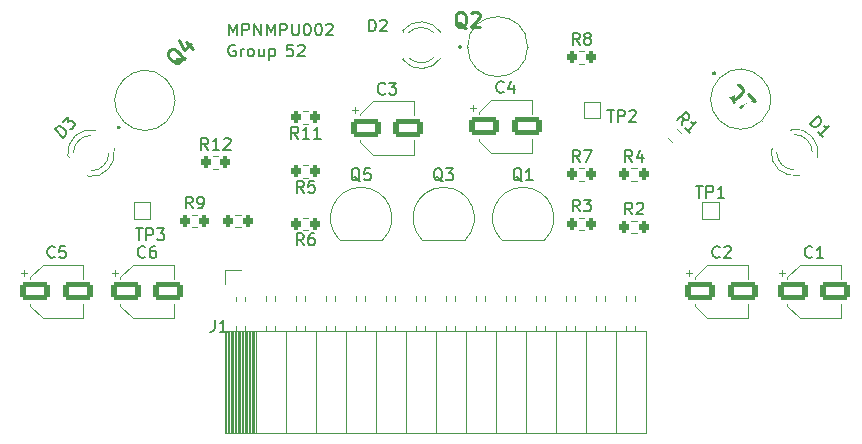
<source format=gbr>
%TF.GenerationSoftware,KiCad,Pcbnew,(7.0.0)*%
%TF.CreationDate,2024-04-01T18:59:34+02:00*%
%TF.ProjectId,Sensing_Subsystem,53656e73-696e-4675-9f53-756273797374,rev?*%
%TF.SameCoordinates,Original*%
%TF.FileFunction,Legend,Top*%
%TF.FilePolarity,Positive*%
%FSLAX46Y46*%
G04 Gerber Fmt 4.6, Leading zero omitted, Abs format (unit mm)*
G04 Created by KiCad (PCBNEW (7.0.0)) date 2024-04-01 18:59:34*
%MOMM*%
%LPD*%
G01*
G04 APERTURE LIST*
G04 Aperture macros list*
%AMRoundRect*
0 Rectangle with rounded corners*
0 $1 Rounding radius*
0 $2 $3 $4 $5 $6 $7 $8 $9 X,Y pos of 4 corners*
0 Add a 4 corners polygon primitive as box body*
4,1,4,$2,$3,$4,$5,$6,$7,$8,$9,$2,$3,0*
0 Add four circle primitives for the rounded corners*
1,1,$1+$1,$2,$3*
1,1,$1+$1,$4,$5*
1,1,$1+$1,$6,$7*
1,1,$1+$1,$8,$9*
0 Add four rect primitives between the rounded corners*
20,1,$1+$1,$2,$3,$4,$5,0*
20,1,$1+$1,$4,$5,$6,$7,0*
20,1,$1+$1,$6,$7,$8,$9,0*
20,1,$1+$1,$8,$9,$2,$3,0*%
%AMRotRect*
0 Rectangle, with rotation*
0 The origin of the aperture is its center*
0 $1 length*
0 $2 width*
0 $3 Rotation angle, in degrees counterclockwise*
0 Add horizontal line*
21,1,$1,$2,0,0,$3*%
G04 Aperture macros list end*
%ADD10C,0.150000*%
%ADD11C,0.254000*%
%ADD12C,0.120000*%
%ADD13C,0.200000*%
%ADD14C,0.100000*%
%ADD15RoundRect,0.200000X-0.200000X-0.275000X0.200000X-0.275000X0.200000X0.275000X-0.200000X0.275000X0*%
%ADD16RoundRect,0.250000X-1.050000X-0.550000X1.050000X-0.550000X1.050000X0.550000X-1.050000X0.550000X0*%
%ADD17RoundRect,0.200000X0.200000X0.275000X-0.200000X0.275000X-0.200000X-0.275000X0.200000X-0.275000X0*%
%ADD18RoundRect,0.200000X-0.335876X-0.053033X-0.053033X-0.335876X0.335876X0.053033X0.053033X0.335876X0*%
%ADD19R,1.000000X1.000000*%
%ADD20RotRect,1.800000X1.800000X315.000000*%
%ADD21C,1.800000*%
%ADD22R,1.050000X1.500000*%
%ADD23O,1.050000X1.500000*%
%ADD24C,1.365000*%
%ADD25RotRect,1.800000X1.800000X45.000000*%
%ADD26R,1.700000X1.700000*%
%ADD27O,1.700000X1.700000*%
%ADD28R,1.800000X1.800000*%
G04 APERTURE END LIST*
D10*
X189991904Y-63219000D02*
X189896666Y-63171380D01*
X189896666Y-63171380D02*
X189753809Y-63171380D01*
X189753809Y-63171380D02*
X189610952Y-63219000D01*
X189610952Y-63219000D02*
X189515714Y-63314238D01*
X189515714Y-63314238D02*
X189468095Y-63409476D01*
X189468095Y-63409476D02*
X189420476Y-63599952D01*
X189420476Y-63599952D02*
X189420476Y-63742809D01*
X189420476Y-63742809D02*
X189468095Y-63933285D01*
X189468095Y-63933285D02*
X189515714Y-64028523D01*
X189515714Y-64028523D02*
X189610952Y-64123761D01*
X189610952Y-64123761D02*
X189753809Y-64171380D01*
X189753809Y-64171380D02*
X189849047Y-64171380D01*
X189849047Y-64171380D02*
X189991904Y-64123761D01*
X189991904Y-64123761D02*
X190039523Y-64076142D01*
X190039523Y-64076142D02*
X190039523Y-63742809D01*
X190039523Y-63742809D02*
X189849047Y-63742809D01*
X190468095Y-64171380D02*
X190468095Y-63504714D01*
X190468095Y-63695190D02*
X190515714Y-63599952D01*
X190515714Y-63599952D02*
X190563333Y-63552333D01*
X190563333Y-63552333D02*
X190658571Y-63504714D01*
X190658571Y-63504714D02*
X190753809Y-63504714D01*
X191230000Y-64171380D02*
X191134762Y-64123761D01*
X191134762Y-64123761D02*
X191087143Y-64076142D01*
X191087143Y-64076142D02*
X191039524Y-63980904D01*
X191039524Y-63980904D02*
X191039524Y-63695190D01*
X191039524Y-63695190D02*
X191087143Y-63599952D01*
X191087143Y-63599952D02*
X191134762Y-63552333D01*
X191134762Y-63552333D02*
X191230000Y-63504714D01*
X191230000Y-63504714D02*
X191372857Y-63504714D01*
X191372857Y-63504714D02*
X191468095Y-63552333D01*
X191468095Y-63552333D02*
X191515714Y-63599952D01*
X191515714Y-63599952D02*
X191563333Y-63695190D01*
X191563333Y-63695190D02*
X191563333Y-63980904D01*
X191563333Y-63980904D02*
X191515714Y-64076142D01*
X191515714Y-64076142D02*
X191468095Y-64123761D01*
X191468095Y-64123761D02*
X191372857Y-64171380D01*
X191372857Y-64171380D02*
X191230000Y-64171380D01*
X192420476Y-63504714D02*
X192420476Y-64171380D01*
X191991905Y-63504714D02*
X191991905Y-64028523D01*
X191991905Y-64028523D02*
X192039524Y-64123761D01*
X192039524Y-64123761D02*
X192134762Y-64171380D01*
X192134762Y-64171380D02*
X192277619Y-64171380D01*
X192277619Y-64171380D02*
X192372857Y-64123761D01*
X192372857Y-64123761D02*
X192420476Y-64076142D01*
X192896667Y-63504714D02*
X192896667Y-64504714D01*
X192896667Y-63552333D02*
X192991905Y-63504714D01*
X192991905Y-63504714D02*
X193182381Y-63504714D01*
X193182381Y-63504714D02*
X193277619Y-63552333D01*
X193277619Y-63552333D02*
X193325238Y-63599952D01*
X193325238Y-63599952D02*
X193372857Y-63695190D01*
X193372857Y-63695190D02*
X193372857Y-63980904D01*
X193372857Y-63980904D02*
X193325238Y-64076142D01*
X193325238Y-64076142D02*
X193277619Y-64123761D01*
X193277619Y-64123761D02*
X193182381Y-64171380D01*
X193182381Y-64171380D02*
X192991905Y-64171380D01*
X192991905Y-64171380D02*
X192896667Y-64123761D01*
X194877619Y-63171380D02*
X194401429Y-63171380D01*
X194401429Y-63171380D02*
X194353810Y-63647571D01*
X194353810Y-63647571D02*
X194401429Y-63599952D01*
X194401429Y-63599952D02*
X194496667Y-63552333D01*
X194496667Y-63552333D02*
X194734762Y-63552333D01*
X194734762Y-63552333D02*
X194830000Y-63599952D01*
X194830000Y-63599952D02*
X194877619Y-63647571D01*
X194877619Y-63647571D02*
X194925238Y-63742809D01*
X194925238Y-63742809D02*
X194925238Y-63980904D01*
X194925238Y-63980904D02*
X194877619Y-64076142D01*
X194877619Y-64076142D02*
X194830000Y-64123761D01*
X194830000Y-64123761D02*
X194734762Y-64171380D01*
X194734762Y-64171380D02*
X194496667Y-64171380D01*
X194496667Y-64171380D02*
X194401429Y-64123761D01*
X194401429Y-64123761D02*
X194353810Y-64076142D01*
X195306191Y-63266619D02*
X195353810Y-63219000D01*
X195353810Y-63219000D02*
X195449048Y-63171380D01*
X195449048Y-63171380D02*
X195687143Y-63171380D01*
X195687143Y-63171380D02*
X195782381Y-63219000D01*
X195782381Y-63219000D02*
X195830000Y-63266619D01*
X195830000Y-63266619D02*
X195877619Y-63361857D01*
X195877619Y-63361857D02*
X195877619Y-63457095D01*
X195877619Y-63457095D02*
X195830000Y-63599952D01*
X195830000Y-63599952D02*
X195258572Y-64171380D01*
X195258572Y-64171380D02*
X195877619Y-64171380D01*
X189468095Y-62393380D02*
X189468095Y-61393380D01*
X189468095Y-61393380D02*
X189801428Y-62107666D01*
X189801428Y-62107666D02*
X190134761Y-61393380D01*
X190134761Y-61393380D02*
X190134761Y-62393380D01*
X190610952Y-62393380D02*
X190610952Y-61393380D01*
X190610952Y-61393380D02*
X190991904Y-61393380D01*
X190991904Y-61393380D02*
X191087142Y-61441000D01*
X191087142Y-61441000D02*
X191134761Y-61488619D01*
X191134761Y-61488619D02*
X191182380Y-61583857D01*
X191182380Y-61583857D02*
X191182380Y-61726714D01*
X191182380Y-61726714D02*
X191134761Y-61821952D01*
X191134761Y-61821952D02*
X191087142Y-61869571D01*
X191087142Y-61869571D02*
X190991904Y-61917190D01*
X190991904Y-61917190D02*
X190610952Y-61917190D01*
X191610952Y-62393380D02*
X191610952Y-61393380D01*
X191610952Y-61393380D02*
X192182380Y-62393380D01*
X192182380Y-62393380D02*
X192182380Y-61393380D01*
X192658571Y-62393380D02*
X192658571Y-61393380D01*
X192658571Y-61393380D02*
X192991904Y-62107666D01*
X192991904Y-62107666D02*
X193325237Y-61393380D01*
X193325237Y-61393380D02*
X193325237Y-62393380D01*
X193801428Y-62393380D02*
X193801428Y-61393380D01*
X193801428Y-61393380D02*
X194182380Y-61393380D01*
X194182380Y-61393380D02*
X194277618Y-61441000D01*
X194277618Y-61441000D02*
X194325237Y-61488619D01*
X194325237Y-61488619D02*
X194372856Y-61583857D01*
X194372856Y-61583857D02*
X194372856Y-61726714D01*
X194372856Y-61726714D02*
X194325237Y-61821952D01*
X194325237Y-61821952D02*
X194277618Y-61869571D01*
X194277618Y-61869571D02*
X194182380Y-61917190D01*
X194182380Y-61917190D02*
X193801428Y-61917190D01*
X194801428Y-61393380D02*
X194801428Y-62202904D01*
X194801428Y-62202904D02*
X194849047Y-62298142D01*
X194849047Y-62298142D02*
X194896666Y-62345761D01*
X194896666Y-62345761D02*
X194991904Y-62393380D01*
X194991904Y-62393380D02*
X195182380Y-62393380D01*
X195182380Y-62393380D02*
X195277618Y-62345761D01*
X195277618Y-62345761D02*
X195325237Y-62298142D01*
X195325237Y-62298142D02*
X195372856Y-62202904D01*
X195372856Y-62202904D02*
X195372856Y-61393380D01*
X196039523Y-61393380D02*
X196134761Y-61393380D01*
X196134761Y-61393380D02*
X196229999Y-61441000D01*
X196229999Y-61441000D02*
X196277618Y-61488619D01*
X196277618Y-61488619D02*
X196325237Y-61583857D01*
X196325237Y-61583857D02*
X196372856Y-61774333D01*
X196372856Y-61774333D02*
X196372856Y-62012428D01*
X196372856Y-62012428D02*
X196325237Y-62202904D01*
X196325237Y-62202904D02*
X196277618Y-62298142D01*
X196277618Y-62298142D02*
X196229999Y-62345761D01*
X196229999Y-62345761D02*
X196134761Y-62393380D01*
X196134761Y-62393380D02*
X196039523Y-62393380D01*
X196039523Y-62393380D02*
X195944285Y-62345761D01*
X195944285Y-62345761D02*
X195896666Y-62298142D01*
X195896666Y-62298142D02*
X195849047Y-62202904D01*
X195849047Y-62202904D02*
X195801428Y-62012428D01*
X195801428Y-62012428D02*
X195801428Y-61774333D01*
X195801428Y-61774333D02*
X195849047Y-61583857D01*
X195849047Y-61583857D02*
X195896666Y-61488619D01*
X195896666Y-61488619D02*
X195944285Y-61441000D01*
X195944285Y-61441000D02*
X196039523Y-61393380D01*
X196991904Y-61393380D02*
X197087142Y-61393380D01*
X197087142Y-61393380D02*
X197182380Y-61441000D01*
X197182380Y-61441000D02*
X197229999Y-61488619D01*
X197229999Y-61488619D02*
X197277618Y-61583857D01*
X197277618Y-61583857D02*
X197325237Y-61774333D01*
X197325237Y-61774333D02*
X197325237Y-62012428D01*
X197325237Y-62012428D02*
X197277618Y-62202904D01*
X197277618Y-62202904D02*
X197229999Y-62298142D01*
X197229999Y-62298142D02*
X197182380Y-62345761D01*
X197182380Y-62345761D02*
X197087142Y-62393380D01*
X197087142Y-62393380D02*
X196991904Y-62393380D01*
X196991904Y-62393380D02*
X196896666Y-62345761D01*
X196896666Y-62345761D02*
X196849047Y-62298142D01*
X196849047Y-62298142D02*
X196801428Y-62202904D01*
X196801428Y-62202904D02*
X196753809Y-62012428D01*
X196753809Y-62012428D02*
X196753809Y-61774333D01*
X196753809Y-61774333D02*
X196801428Y-61583857D01*
X196801428Y-61583857D02*
X196849047Y-61488619D01*
X196849047Y-61488619D02*
X196896666Y-61441000D01*
X196896666Y-61441000D02*
X196991904Y-61393380D01*
X197706190Y-61488619D02*
X197753809Y-61441000D01*
X197753809Y-61441000D02*
X197849047Y-61393380D01*
X197849047Y-61393380D02*
X198087142Y-61393380D01*
X198087142Y-61393380D02*
X198182380Y-61441000D01*
X198182380Y-61441000D02*
X198229999Y-61488619D01*
X198229999Y-61488619D02*
X198277618Y-61583857D01*
X198277618Y-61583857D02*
X198277618Y-61679095D01*
X198277618Y-61679095D02*
X198229999Y-61821952D01*
X198229999Y-61821952D02*
X197658571Y-62393380D01*
X197658571Y-62393380D02*
X198277618Y-62393380D01*
%TO.C,R4*%
X223607333Y-73105380D02*
X223274000Y-72629190D01*
X223035905Y-73105380D02*
X223035905Y-72105380D01*
X223035905Y-72105380D02*
X223416857Y-72105380D01*
X223416857Y-72105380D02*
X223512095Y-72153000D01*
X223512095Y-72153000D02*
X223559714Y-72200619D01*
X223559714Y-72200619D02*
X223607333Y-72295857D01*
X223607333Y-72295857D02*
X223607333Y-72438714D01*
X223607333Y-72438714D02*
X223559714Y-72533952D01*
X223559714Y-72533952D02*
X223512095Y-72581571D01*
X223512095Y-72581571D02*
X223416857Y-72629190D01*
X223416857Y-72629190D02*
X223035905Y-72629190D01*
X224464476Y-72438714D02*
X224464476Y-73105380D01*
X224226381Y-72057761D02*
X223988286Y-72772047D01*
X223988286Y-72772047D02*
X224607333Y-72772047D01*
%TO.C,C5*%
X174712333Y-81146142D02*
X174664714Y-81193761D01*
X174664714Y-81193761D02*
X174521857Y-81241380D01*
X174521857Y-81241380D02*
X174426619Y-81241380D01*
X174426619Y-81241380D02*
X174283762Y-81193761D01*
X174283762Y-81193761D02*
X174188524Y-81098523D01*
X174188524Y-81098523D02*
X174140905Y-81003285D01*
X174140905Y-81003285D02*
X174093286Y-80812809D01*
X174093286Y-80812809D02*
X174093286Y-80669952D01*
X174093286Y-80669952D02*
X174140905Y-80479476D01*
X174140905Y-80479476D02*
X174188524Y-80384238D01*
X174188524Y-80384238D02*
X174283762Y-80289000D01*
X174283762Y-80289000D02*
X174426619Y-80241380D01*
X174426619Y-80241380D02*
X174521857Y-80241380D01*
X174521857Y-80241380D02*
X174664714Y-80289000D01*
X174664714Y-80289000D02*
X174712333Y-80336619D01*
X175617095Y-80241380D02*
X175140905Y-80241380D01*
X175140905Y-80241380D02*
X175093286Y-80717571D01*
X175093286Y-80717571D02*
X175140905Y-80669952D01*
X175140905Y-80669952D02*
X175236143Y-80622333D01*
X175236143Y-80622333D02*
X175474238Y-80622333D01*
X175474238Y-80622333D02*
X175569476Y-80669952D01*
X175569476Y-80669952D02*
X175617095Y-80717571D01*
X175617095Y-80717571D02*
X175664714Y-80812809D01*
X175664714Y-80812809D02*
X175664714Y-81050904D01*
X175664714Y-81050904D02*
X175617095Y-81146142D01*
X175617095Y-81146142D02*
X175569476Y-81193761D01*
X175569476Y-81193761D02*
X175474238Y-81241380D01*
X175474238Y-81241380D02*
X175236143Y-81241380D01*
X175236143Y-81241380D02*
X175140905Y-81193761D01*
X175140905Y-81193761D02*
X175093286Y-81146142D01*
%TO.C,R12*%
X187698142Y-72089380D02*
X187364809Y-71613190D01*
X187126714Y-72089380D02*
X187126714Y-71089380D01*
X187126714Y-71089380D02*
X187507666Y-71089380D01*
X187507666Y-71089380D02*
X187602904Y-71137000D01*
X187602904Y-71137000D02*
X187650523Y-71184619D01*
X187650523Y-71184619D02*
X187698142Y-71279857D01*
X187698142Y-71279857D02*
X187698142Y-71422714D01*
X187698142Y-71422714D02*
X187650523Y-71517952D01*
X187650523Y-71517952D02*
X187602904Y-71565571D01*
X187602904Y-71565571D02*
X187507666Y-71613190D01*
X187507666Y-71613190D02*
X187126714Y-71613190D01*
X188650523Y-72089380D02*
X188079095Y-72089380D01*
X188364809Y-72089380D02*
X188364809Y-71089380D01*
X188364809Y-71089380D02*
X188269571Y-71232238D01*
X188269571Y-71232238D02*
X188174333Y-71327476D01*
X188174333Y-71327476D02*
X188079095Y-71375095D01*
X189031476Y-71184619D02*
X189079095Y-71137000D01*
X189079095Y-71137000D02*
X189174333Y-71089380D01*
X189174333Y-71089380D02*
X189412428Y-71089380D01*
X189412428Y-71089380D02*
X189507666Y-71137000D01*
X189507666Y-71137000D02*
X189555285Y-71184619D01*
X189555285Y-71184619D02*
X189602904Y-71279857D01*
X189602904Y-71279857D02*
X189602904Y-71375095D01*
X189602904Y-71375095D02*
X189555285Y-71517952D01*
X189555285Y-71517952D02*
X188983857Y-72089380D01*
X188983857Y-72089380D02*
X189602904Y-72089380D01*
%TO.C,R11*%
X195318142Y-71139380D02*
X194984809Y-70663190D01*
X194746714Y-71139380D02*
X194746714Y-70139380D01*
X194746714Y-70139380D02*
X195127666Y-70139380D01*
X195127666Y-70139380D02*
X195222904Y-70187000D01*
X195222904Y-70187000D02*
X195270523Y-70234619D01*
X195270523Y-70234619D02*
X195318142Y-70329857D01*
X195318142Y-70329857D02*
X195318142Y-70472714D01*
X195318142Y-70472714D02*
X195270523Y-70567952D01*
X195270523Y-70567952D02*
X195222904Y-70615571D01*
X195222904Y-70615571D02*
X195127666Y-70663190D01*
X195127666Y-70663190D02*
X194746714Y-70663190D01*
X196270523Y-71139380D02*
X195699095Y-71139380D01*
X195984809Y-71139380D02*
X195984809Y-70139380D01*
X195984809Y-70139380D02*
X195889571Y-70282238D01*
X195889571Y-70282238D02*
X195794333Y-70377476D01*
X195794333Y-70377476D02*
X195699095Y-70425095D01*
X197222904Y-71139380D02*
X196651476Y-71139380D01*
X196937190Y-71139380D02*
X196937190Y-70139380D01*
X196937190Y-70139380D02*
X196841952Y-70282238D01*
X196841952Y-70282238D02*
X196746714Y-70377476D01*
X196746714Y-70377476D02*
X196651476Y-70425095D01*
%TO.C,R9*%
X186396333Y-77042380D02*
X186063000Y-76566190D01*
X185824905Y-77042380D02*
X185824905Y-76042380D01*
X185824905Y-76042380D02*
X186205857Y-76042380D01*
X186205857Y-76042380D02*
X186301095Y-76090000D01*
X186301095Y-76090000D02*
X186348714Y-76137619D01*
X186348714Y-76137619D02*
X186396333Y-76232857D01*
X186396333Y-76232857D02*
X186396333Y-76375714D01*
X186396333Y-76375714D02*
X186348714Y-76470952D01*
X186348714Y-76470952D02*
X186301095Y-76518571D01*
X186301095Y-76518571D02*
X186205857Y-76566190D01*
X186205857Y-76566190D02*
X185824905Y-76566190D01*
X186872524Y-77042380D02*
X187063000Y-77042380D01*
X187063000Y-77042380D02*
X187158238Y-76994761D01*
X187158238Y-76994761D02*
X187205857Y-76947142D01*
X187205857Y-76947142D02*
X187301095Y-76804285D01*
X187301095Y-76804285D02*
X187348714Y-76613809D01*
X187348714Y-76613809D02*
X187348714Y-76232857D01*
X187348714Y-76232857D02*
X187301095Y-76137619D01*
X187301095Y-76137619D02*
X187253476Y-76090000D01*
X187253476Y-76090000D02*
X187158238Y-76042380D01*
X187158238Y-76042380D02*
X186967762Y-76042380D01*
X186967762Y-76042380D02*
X186872524Y-76090000D01*
X186872524Y-76090000D02*
X186824905Y-76137619D01*
X186824905Y-76137619D02*
X186777286Y-76232857D01*
X186777286Y-76232857D02*
X186777286Y-76470952D01*
X186777286Y-76470952D02*
X186824905Y-76566190D01*
X186824905Y-76566190D02*
X186872524Y-76613809D01*
X186872524Y-76613809D02*
X186967762Y-76661428D01*
X186967762Y-76661428D02*
X187158238Y-76661428D01*
X187158238Y-76661428D02*
X187253476Y-76613809D01*
X187253476Y-76613809D02*
X187301095Y-76566190D01*
X187301095Y-76566190D02*
X187348714Y-76470952D01*
%TO.C,R8*%
X219162333Y-63199380D02*
X218829000Y-62723190D01*
X218590905Y-63199380D02*
X218590905Y-62199380D01*
X218590905Y-62199380D02*
X218971857Y-62199380D01*
X218971857Y-62199380D02*
X219067095Y-62247000D01*
X219067095Y-62247000D02*
X219114714Y-62294619D01*
X219114714Y-62294619D02*
X219162333Y-62389857D01*
X219162333Y-62389857D02*
X219162333Y-62532714D01*
X219162333Y-62532714D02*
X219114714Y-62627952D01*
X219114714Y-62627952D02*
X219067095Y-62675571D01*
X219067095Y-62675571D02*
X218971857Y-62723190D01*
X218971857Y-62723190D02*
X218590905Y-62723190D01*
X219733762Y-62627952D02*
X219638524Y-62580333D01*
X219638524Y-62580333D02*
X219590905Y-62532714D01*
X219590905Y-62532714D02*
X219543286Y-62437476D01*
X219543286Y-62437476D02*
X219543286Y-62389857D01*
X219543286Y-62389857D02*
X219590905Y-62294619D01*
X219590905Y-62294619D02*
X219638524Y-62247000D01*
X219638524Y-62247000D02*
X219733762Y-62199380D01*
X219733762Y-62199380D02*
X219924238Y-62199380D01*
X219924238Y-62199380D02*
X220019476Y-62247000D01*
X220019476Y-62247000D02*
X220067095Y-62294619D01*
X220067095Y-62294619D02*
X220114714Y-62389857D01*
X220114714Y-62389857D02*
X220114714Y-62437476D01*
X220114714Y-62437476D02*
X220067095Y-62532714D01*
X220067095Y-62532714D02*
X220019476Y-62580333D01*
X220019476Y-62580333D02*
X219924238Y-62627952D01*
X219924238Y-62627952D02*
X219733762Y-62627952D01*
X219733762Y-62627952D02*
X219638524Y-62675571D01*
X219638524Y-62675571D02*
X219590905Y-62723190D01*
X219590905Y-62723190D02*
X219543286Y-62818428D01*
X219543286Y-62818428D02*
X219543286Y-63008904D01*
X219543286Y-63008904D02*
X219590905Y-63104142D01*
X219590905Y-63104142D02*
X219638524Y-63151761D01*
X219638524Y-63151761D02*
X219733762Y-63199380D01*
X219733762Y-63199380D02*
X219924238Y-63199380D01*
X219924238Y-63199380D02*
X220019476Y-63151761D01*
X220019476Y-63151761D02*
X220067095Y-63104142D01*
X220067095Y-63104142D02*
X220114714Y-63008904D01*
X220114714Y-63008904D02*
X220114714Y-62818428D01*
X220114714Y-62818428D02*
X220067095Y-62723190D01*
X220067095Y-62723190D02*
X220019476Y-62675571D01*
X220019476Y-62675571D02*
X219924238Y-62627952D01*
%TO.C,R7*%
X219162333Y-73105380D02*
X218829000Y-72629190D01*
X218590905Y-73105380D02*
X218590905Y-72105380D01*
X218590905Y-72105380D02*
X218971857Y-72105380D01*
X218971857Y-72105380D02*
X219067095Y-72153000D01*
X219067095Y-72153000D02*
X219114714Y-72200619D01*
X219114714Y-72200619D02*
X219162333Y-72295857D01*
X219162333Y-72295857D02*
X219162333Y-72438714D01*
X219162333Y-72438714D02*
X219114714Y-72533952D01*
X219114714Y-72533952D02*
X219067095Y-72581571D01*
X219067095Y-72581571D02*
X218971857Y-72629190D01*
X218971857Y-72629190D02*
X218590905Y-72629190D01*
X219495667Y-72105380D02*
X220162333Y-72105380D01*
X220162333Y-72105380D02*
X219733762Y-73105380D01*
%TO.C,R6*%
X195794333Y-80156380D02*
X195461000Y-79680190D01*
X195222905Y-80156380D02*
X195222905Y-79156380D01*
X195222905Y-79156380D02*
X195603857Y-79156380D01*
X195603857Y-79156380D02*
X195699095Y-79204000D01*
X195699095Y-79204000D02*
X195746714Y-79251619D01*
X195746714Y-79251619D02*
X195794333Y-79346857D01*
X195794333Y-79346857D02*
X195794333Y-79489714D01*
X195794333Y-79489714D02*
X195746714Y-79584952D01*
X195746714Y-79584952D02*
X195699095Y-79632571D01*
X195699095Y-79632571D02*
X195603857Y-79680190D01*
X195603857Y-79680190D02*
X195222905Y-79680190D01*
X196651476Y-79156380D02*
X196461000Y-79156380D01*
X196461000Y-79156380D02*
X196365762Y-79204000D01*
X196365762Y-79204000D02*
X196318143Y-79251619D01*
X196318143Y-79251619D02*
X196222905Y-79394476D01*
X196222905Y-79394476D02*
X196175286Y-79584952D01*
X196175286Y-79584952D02*
X196175286Y-79965904D01*
X196175286Y-79965904D02*
X196222905Y-80061142D01*
X196222905Y-80061142D02*
X196270524Y-80108761D01*
X196270524Y-80108761D02*
X196365762Y-80156380D01*
X196365762Y-80156380D02*
X196556238Y-80156380D01*
X196556238Y-80156380D02*
X196651476Y-80108761D01*
X196651476Y-80108761D02*
X196699095Y-80061142D01*
X196699095Y-80061142D02*
X196746714Y-79965904D01*
X196746714Y-79965904D02*
X196746714Y-79727809D01*
X196746714Y-79727809D02*
X196699095Y-79632571D01*
X196699095Y-79632571D02*
X196651476Y-79584952D01*
X196651476Y-79584952D02*
X196556238Y-79537333D01*
X196556238Y-79537333D02*
X196365762Y-79537333D01*
X196365762Y-79537333D02*
X196270524Y-79584952D01*
X196270524Y-79584952D02*
X196222905Y-79632571D01*
X196222905Y-79632571D02*
X196175286Y-79727809D01*
%TO.C,R5*%
X195794333Y-75711380D02*
X195461000Y-75235190D01*
X195222905Y-75711380D02*
X195222905Y-74711380D01*
X195222905Y-74711380D02*
X195603857Y-74711380D01*
X195603857Y-74711380D02*
X195699095Y-74759000D01*
X195699095Y-74759000D02*
X195746714Y-74806619D01*
X195746714Y-74806619D02*
X195794333Y-74901857D01*
X195794333Y-74901857D02*
X195794333Y-75044714D01*
X195794333Y-75044714D02*
X195746714Y-75139952D01*
X195746714Y-75139952D02*
X195699095Y-75187571D01*
X195699095Y-75187571D02*
X195603857Y-75235190D01*
X195603857Y-75235190D02*
X195222905Y-75235190D01*
X196699095Y-74711380D02*
X196222905Y-74711380D01*
X196222905Y-74711380D02*
X196175286Y-75187571D01*
X196175286Y-75187571D02*
X196222905Y-75139952D01*
X196222905Y-75139952D02*
X196318143Y-75092333D01*
X196318143Y-75092333D02*
X196556238Y-75092333D01*
X196556238Y-75092333D02*
X196651476Y-75139952D01*
X196651476Y-75139952D02*
X196699095Y-75187571D01*
X196699095Y-75187571D02*
X196746714Y-75282809D01*
X196746714Y-75282809D02*
X196746714Y-75520904D01*
X196746714Y-75520904D02*
X196699095Y-75616142D01*
X196699095Y-75616142D02*
X196651476Y-75663761D01*
X196651476Y-75663761D02*
X196556238Y-75711380D01*
X196556238Y-75711380D02*
X196318143Y-75711380D01*
X196318143Y-75711380D02*
X196222905Y-75663761D01*
X196222905Y-75663761D02*
X196175286Y-75616142D01*
%TO.C,R3*%
X219162333Y-77296380D02*
X218829000Y-76820190D01*
X218590905Y-77296380D02*
X218590905Y-76296380D01*
X218590905Y-76296380D02*
X218971857Y-76296380D01*
X218971857Y-76296380D02*
X219067095Y-76344000D01*
X219067095Y-76344000D02*
X219114714Y-76391619D01*
X219114714Y-76391619D02*
X219162333Y-76486857D01*
X219162333Y-76486857D02*
X219162333Y-76629714D01*
X219162333Y-76629714D02*
X219114714Y-76724952D01*
X219114714Y-76724952D02*
X219067095Y-76772571D01*
X219067095Y-76772571D02*
X218971857Y-76820190D01*
X218971857Y-76820190D02*
X218590905Y-76820190D01*
X219495667Y-76296380D02*
X220114714Y-76296380D01*
X220114714Y-76296380D02*
X219781381Y-76677333D01*
X219781381Y-76677333D02*
X219924238Y-76677333D01*
X219924238Y-76677333D02*
X220019476Y-76724952D01*
X220019476Y-76724952D02*
X220067095Y-76772571D01*
X220067095Y-76772571D02*
X220114714Y-76867809D01*
X220114714Y-76867809D02*
X220114714Y-77105904D01*
X220114714Y-77105904D02*
X220067095Y-77201142D01*
X220067095Y-77201142D02*
X220019476Y-77248761D01*
X220019476Y-77248761D02*
X219924238Y-77296380D01*
X219924238Y-77296380D02*
X219638524Y-77296380D01*
X219638524Y-77296380D02*
X219543286Y-77248761D01*
X219543286Y-77248761D02*
X219495667Y-77201142D01*
%TO.C,R2*%
X223607333Y-77550380D02*
X223274000Y-77074190D01*
X223035905Y-77550380D02*
X223035905Y-76550380D01*
X223035905Y-76550380D02*
X223416857Y-76550380D01*
X223416857Y-76550380D02*
X223512095Y-76598000D01*
X223512095Y-76598000D02*
X223559714Y-76645619D01*
X223559714Y-76645619D02*
X223607333Y-76740857D01*
X223607333Y-76740857D02*
X223607333Y-76883714D01*
X223607333Y-76883714D02*
X223559714Y-76978952D01*
X223559714Y-76978952D02*
X223512095Y-77026571D01*
X223512095Y-77026571D02*
X223416857Y-77074190D01*
X223416857Y-77074190D02*
X223035905Y-77074190D01*
X223988286Y-76645619D02*
X224035905Y-76598000D01*
X224035905Y-76598000D02*
X224131143Y-76550380D01*
X224131143Y-76550380D02*
X224369238Y-76550380D01*
X224369238Y-76550380D02*
X224464476Y-76598000D01*
X224464476Y-76598000D02*
X224512095Y-76645619D01*
X224512095Y-76645619D02*
X224559714Y-76740857D01*
X224559714Y-76740857D02*
X224559714Y-76836095D01*
X224559714Y-76836095D02*
X224512095Y-76978952D01*
X224512095Y-76978952D02*
X223940667Y-77550380D01*
X223940667Y-77550380D02*
X224559714Y-77550380D01*
%TO.C,R1*%
X227836534Y-69996763D02*
X227937549Y-69424343D01*
X227432473Y-69592702D02*
X228139580Y-68885595D01*
X228139580Y-68885595D02*
X228408954Y-69154969D01*
X228408954Y-69154969D02*
X228442626Y-69255985D01*
X228442626Y-69255985D02*
X228442626Y-69323328D01*
X228442626Y-69323328D02*
X228408954Y-69424343D01*
X228408954Y-69424343D02*
X228307939Y-69525359D01*
X228307939Y-69525359D02*
X228206923Y-69559030D01*
X228206923Y-69559030D02*
X228139580Y-69559030D01*
X228139580Y-69559030D02*
X228038565Y-69525359D01*
X228038565Y-69525359D02*
X227769191Y-69255985D01*
X228509969Y-70670198D02*
X228105908Y-70266137D01*
X228307939Y-70468168D02*
X229015045Y-69761061D01*
X229015045Y-69761061D02*
X228846687Y-69794733D01*
X228846687Y-69794733D02*
X228712000Y-69794733D01*
X228712000Y-69794733D02*
X228610984Y-69761061D01*
%TO.C,C6*%
X182364333Y-81146142D02*
X182316714Y-81193761D01*
X182316714Y-81193761D02*
X182173857Y-81241380D01*
X182173857Y-81241380D02*
X182078619Y-81241380D01*
X182078619Y-81241380D02*
X181935762Y-81193761D01*
X181935762Y-81193761D02*
X181840524Y-81098523D01*
X181840524Y-81098523D02*
X181792905Y-81003285D01*
X181792905Y-81003285D02*
X181745286Y-80812809D01*
X181745286Y-80812809D02*
X181745286Y-80669952D01*
X181745286Y-80669952D02*
X181792905Y-80479476D01*
X181792905Y-80479476D02*
X181840524Y-80384238D01*
X181840524Y-80384238D02*
X181935762Y-80289000D01*
X181935762Y-80289000D02*
X182078619Y-80241380D01*
X182078619Y-80241380D02*
X182173857Y-80241380D01*
X182173857Y-80241380D02*
X182316714Y-80289000D01*
X182316714Y-80289000D02*
X182364333Y-80336619D01*
X183221476Y-80241380D02*
X183031000Y-80241380D01*
X183031000Y-80241380D02*
X182935762Y-80289000D01*
X182935762Y-80289000D02*
X182888143Y-80336619D01*
X182888143Y-80336619D02*
X182792905Y-80479476D01*
X182792905Y-80479476D02*
X182745286Y-80669952D01*
X182745286Y-80669952D02*
X182745286Y-81050904D01*
X182745286Y-81050904D02*
X182792905Y-81146142D01*
X182792905Y-81146142D02*
X182840524Y-81193761D01*
X182840524Y-81193761D02*
X182935762Y-81241380D01*
X182935762Y-81241380D02*
X183126238Y-81241380D01*
X183126238Y-81241380D02*
X183221476Y-81193761D01*
X183221476Y-81193761D02*
X183269095Y-81146142D01*
X183269095Y-81146142D02*
X183316714Y-81050904D01*
X183316714Y-81050904D02*
X183316714Y-80812809D01*
X183316714Y-80812809D02*
X183269095Y-80717571D01*
X183269095Y-80717571D02*
X183221476Y-80669952D01*
X183221476Y-80669952D02*
X183126238Y-80622333D01*
X183126238Y-80622333D02*
X182935762Y-80622333D01*
X182935762Y-80622333D02*
X182840524Y-80669952D01*
X182840524Y-80669952D02*
X182792905Y-80717571D01*
X182792905Y-80717571D02*
X182745286Y-80812809D01*
%TO.C,C4*%
X212717333Y-67176142D02*
X212669714Y-67223761D01*
X212669714Y-67223761D02*
X212526857Y-67271380D01*
X212526857Y-67271380D02*
X212431619Y-67271380D01*
X212431619Y-67271380D02*
X212288762Y-67223761D01*
X212288762Y-67223761D02*
X212193524Y-67128523D01*
X212193524Y-67128523D02*
X212145905Y-67033285D01*
X212145905Y-67033285D02*
X212098286Y-66842809D01*
X212098286Y-66842809D02*
X212098286Y-66699952D01*
X212098286Y-66699952D02*
X212145905Y-66509476D01*
X212145905Y-66509476D02*
X212193524Y-66414238D01*
X212193524Y-66414238D02*
X212288762Y-66319000D01*
X212288762Y-66319000D02*
X212431619Y-66271380D01*
X212431619Y-66271380D02*
X212526857Y-66271380D01*
X212526857Y-66271380D02*
X212669714Y-66319000D01*
X212669714Y-66319000D02*
X212717333Y-66366619D01*
X213574476Y-66604714D02*
X213574476Y-67271380D01*
X213336381Y-66223761D02*
X213098286Y-66938047D01*
X213098286Y-66938047D02*
X213717333Y-66938047D01*
%TO.C,C3*%
X202692333Y-67303142D02*
X202644714Y-67350761D01*
X202644714Y-67350761D02*
X202501857Y-67398380D01*
X202501857Y-67398380D02*
X202406619Y-67398380D01*
X202406619Y-67398380D02*
X202263762Y-67350761D01*
X202263762Y-67350761D02*
X202168524Y-67255523D01*
X202168524Y-67255523D02*
X202120905Y-67160285D01*
X202120905Y-67160285D02*
X202073286Y-66969809D01*
X202073286Y-66969809D02*
X202073286Y-66826952D01*
X202073286Y-66826952D02*
X202120905Y-66636476D01*
X202120905Y-66636476D02*
X202168524Y-66541238D01*
X202168524Y-66541238D02*
X202263762Y-66446000D01*
X202263762Y-66446000D02*
X202406619Y-66398380D01*
X202406619Y-66398380D02*
X202501857Y-66398380D01*
X202501857Y-66398380D02*
X202644714Y-66446000D01*
X202644714Y-66446000D02*
X202692333Y-66493619D01*
X203025667Y-66398380D02*
X203644714Y-66398380D01*
X203644714Y-66398380D02*
X203311381Y-66779333D01*
X203311381Y-66779333D02*
X203454238Y-66779333D01*
X203454238Y-66779333D02*
X203549476Y-66826952D01*
X203549476Y-66826952D02*
X203597095Y-66874571D01*
X203597095Y-66874571D02*
X203644714Y-66969809D01*
X203644714Y-66969809D02*
X203644714Y-67207904D01*
X203644714Y-67207904D02*
X203597095Y-67303142D01*
X203597095Y-67303142D02*
X203549476Y-67350761D01*
X203549476Y-67350761D02*
X203454238Y-67398380D01*
X203454238Y-67398380D02*
X203168524Y-67398380D01*
X203168524Y-67398380D02*
X203073286Y-67350761D01*
X203073286Y-67350761D02*
X203025667Y-67303142D01*
%TO.C,C2*%
X231005333Y-81146142D02*
X230957714Y-81193761D01*
X230957714Y-81193761D02*
X230814857Y-81241380D01*
X230814857Y-81241380D02*
X230719619Y-81241380D01*
X230719619Y-81241380D02*
X230576762Y-81193761D01*
X230576762Y-81193761D02*
X230481524Y-81098523D01*
X230481524Y-81098523D02*
X230433905Y-81003285D01*
X230433905Y-81003285D02*
X230386286Y-80812809D01*
X230386286Y-80812809D02*
X230386286Y-80669952D01*
X230386286Y-80669952D02*
X230433905Y-80479476D01*
X230433905Y-80479476D02*
X230481524Y-80384238D01*
X230481524Y-80384238D02*
X230576762Y-80289000D01*
X230576762Y-80289000D02*
X230719619Y-80241380D01*
X230719619Y-80241380D02*
X230814857Y-80241380D01*
X230814857Y-80241380D02*
X230957714Y-80289000D01*
X230957714Y-80289000D02*
X231005333Y-80336619D01*
X231386286Y-80336619D02*
X231433905Y-80289000D01*
X231433905Y-80289000D02*
X231529143Y-80241380D01*
X231529143Y-80241380D02*
X231767238Y-80241380D01*
X231767238Y-80241380D02*
X231862476Y-80289000D01*
X231862476Y-80289000D02*
X231910095Y-80336619D01*
X231910095Y-80336619D02*
X231957714Y-80431857D01*
X231957714Y-80431857D02*
X231957714Y-80527095D01*
X231957714Y-80527095D02*
X231910095Y-80669952D01*
X231910095Y-80669952D02*
X231338667Y-81241380D01*
X231338667Y-81241380D02*
X231957714Y-81241380D01*
%TO.C,C1*%
X238847333Y-81146142D02*
X238799714Y-81193761D01*
X238799714Y-81193761D02*
X238656857Y-81241380D01*
X238656857Y-81241380D02*
X238561619Y-81241380D01*
X238561619Y-81241380D02*
X238418762Y-81193761D01*
X238418762Y-81193761D02*
X238323524Y-81098523D01*
X238323524Y-81098523D02*
X238275905Y-81003285D01*
X238275905Y-81003285D02*
X238228286Y-80812809D01*
X238228286Y-80812809D02*
X238228286Y-80669952D01*
X238228286Y-80669952D02*
X238275905Y-80479476D01*
X238275905Y-80479476D02*
X238323524Y-80384238D01*
X238323524Y-80384238D02*
X238418762Y-80289000D01*
X238418762Y-80289000D02*
X238561619Y-80241380D01*
X238561619Y-80241380D02*
X238656857Y-80241380D01*
X238656857Y-80241380D02*
X238799714Y-80289000D01*
X238799714Y-80289000D02*
X238847333Y-80336619D01*
X239799714Y-81241380D02*
X239228286Y-81241380D01*
X239514000Y-81241380D02*
X239514000Y-80241380D01*
X239514000Y-80241380D02*
X239418762Y-80384238D01*
X239418762Y-80384238D02*
X239323524Y-80479476D01*
X239323524Y-80479476D02*
X239228286Y-80527095D01*
%TO.C,TP1*%
X228989095Y-75135380D02*
X229560523Y-75135380D01*
X229274809Y-76135380D02*
X229274809Y-75135380D01*
X229893857Y-76135380D02*
X229893857Y-75135380D01*
X229893857Y-75135380D02*
X230274809Y-75135380D01*
X230274809Y-75135380D02*
X230370047Y-75183000D01*
X230370047Y-75183000D02*
X230417666Y-75230619D01*
X230417666Y-75230619D02*
X230465285Y-75325857D01*
X230465285Y-75325857D02*
X230465285Y-75468714D01*
X230465285Y-75468714D02*
X230417666Y-75563952D01*
X230417666Y-75563952D02*
X230370047Y-75611571D01*
X230370047Y-75611571D02*
X230274809Y-75659190D01*
X230274809Y-75659190D02*
X229893857Y-75659190D01*
X231417666Y-76135380D02*
X230846238Y-76135380D01*
X231131952Y-76135380D02*
X231131952Y-75135380D01*
X231131952Y-75135380D02*
X231036714Y-75278238D01*
X231036714Y-75278238D02*
X230941476Y-75373476D01*
X230941476Y-75373476D02*
X230846238Y-75421095D01*
%TO.C,D1*%
X238658790Y-69930457D02*
X239365897Y-69223350D01*
X239365897Y-69223350D02*
X239534256Y-69391709D01*
X239534256Y-69391709D02*
X239601599Y-69526396D01*
X239601599Y-69526396D02*
X239601599Y-69661083D01*
X239601599Y-69661083D02*
X239567927Y-69762098D01*
X239567927Y-69762098D02*
X239466912Y-69930457D01*
X239466912Y-69930457D02*
X239365897Y-70031473D01*
X239365897Y-70031473D02*
X239197538Y-70132488D01*
X239197538Y-70132488D02*
X239096523Y-70166160D01*
X239096523Y-70166160D02*
X238961836Y-70166160D01*
X238961836Y-70166160D02*
X238827149Y-70098816D01*
X238827149Y-70098816D02*
X238658790Y-69930457D01*
X239736286Y-71007953D02*
X239332225Y-70603892D01*
X239534256Y-70805923D02*
X240241362Y-70098816D01*
X240241362Y-70098816D02*
X240073004Y-70132488D01*
X240073004Y-70132488D02*
X239938317Y-70132488D01*
X239938317Y-70132488D02*
X239837301Y-70098816D01*
%TO.C,TP3*%
X181574515Y-78738641D02*
X182145943Y-78738641D01*
X181860229Y-79738641D02*
X181860229Y-78738641D01*
X182479277Y-79738641D02*
X182479277Y-78738641D01*
X182479277Y-78738641D02*
X182860229Y-78738641D01*
X182860229Y-78738641D02*
X182955467Y-78786261D01*
X182955467Y-78786261D02*
X183003086Y-78833880D01*
X183003086Y-78833880D02*
X183050705Y-78929118D01*
X183050705Y-78929118D02*
X183050705Y-79071975D01*
X183050705Y-79071975D02*
X183003086Y-79167213D01*
X183003086Y-79167213D02*
X182955467Y-79214832D01*
X182955467Y-79214832D02*
X182860229Y-79262451D01*
X182860229Y-79262451D02*
X182479277Y-79262451D01*
X183384039Y-78738641D02*
X184003086Y-78738641D01*
X184003086Y-78738641D02*
X183669753Y-79119594D01*
X183669753Y-79119594D02*
X183812610Y-79119594D01*
X183812610Y-79119594D02*
X183907848Y-79167213D01*
X183907848Y-79167213D02*
X183955467Y-79214832D01*
X183955467Y-79214832D02*
X184003086Y-79310070D01*
X184003086Y-79310070D02*
X184003086Y-79548165D01*
X184003086Y-79548165D02*
X183955467Y-79643403D01*
X183955467Y-79643403D02*
X183907848Y-79691022D01*
X183907848Y-79691022D02*
X183812610Y-79738641D01*
X183812610Y-79738641D02*
X183526896Y-79738641D01*
X183526896Y-79738641D02*
X183431658Y-79691022D01*
X183431658Y-79691022D02*
X183384039Y-79643403D01*
%TO.C,Q3*%
X207549761Y-74753619D02*
X207454523Y-74706000D01*
X207454523Y-74706000D02*
X207359285Y-74610761D01*
X207359285Y-74610761D02*
X207216428Y-74467904D01*
X207216428Y-74467904D02*
X207121190Y-74420285D01*
X207121190Y-74420285D02*
X207025952Y-74420285D01*
X207073571Y-74658380D02*
X206978333Y-74610761D01*
X206978333Y-74610761D02*
X206883095Y-74515523D01*
X206883095Y-74515523D02*
X206835476Y-74325047D01*
X206835476Y-74325047D02*
X206835476Y-73991714D01*
X206835476Y-73991714D02*
X206883095Y-73801238D01*
X206883095Y-73801238D02*
X206978333Y-73706000D01*
X206978333Y-73706000D02*
X207073571Y-73658380D01*
X207073571Y-73658380D02*
X207264047Y-73658380D01*
X207264047Y-73658380D02*
X207359285Y-73706000D01*
X207359285Y-73706000D02*
X207454523Y-73801238D01*
X207454523Y-73801238D02*
X207502142Y-73991714D01*
X207502142Y-73991714D02*
X207502142Y-74325047D01*
X207502142Y-74325047D02*
X207454523Y-74515523D01*
X207454523Y-74515523D02*
X207359285Y-74610761D01*
X207359285Y-74610761D02*
X207264047Y-74658380D01*
X207264047Y-74658380D02*
X207073571Y-74658380D01*
X207835476Y-73658380D02*
X208454523Y-73658380D01*
X208454523Y-73658380D02*
X208121190Y-74039333D01*
X208121190Y-74039333D02*
X208264047Y-74039333D01*
X208264047Y-74039333D02*
X208359285Y-74086952D01*
X208359285Y-74086952D02*
X208406904Y-74134571D01*
X208406904Y-74134571D02*
X208454523Y-74229809D01*
X208454523Y-74229809D02*
X208454523Y-74467904D01*
X208454523Y-74467904D02*
X208406904Y-74563142D01*
X208406904Y-74563142D02*
X208359285Y-74610761D01*
X208359285Y-74610761D02*
X208264047Y-74658380D01*
X208264047Y-74658380D02*
X207978333Y-74658380D01*
X207978333Y-74658380D02*
X207883095Y-74610761D01*
X207883095Y-74610761D02*
X207835476Y-74563142D01*
D11*
%TO.C,Q7*%
X232199686Y-68057574D02*
X232156923Y-67929285D01*
X232156923Y-67929285D02*
X232156923Y-67758232D01*
X232156923Y-67758232D02*
X232156923Y-67501653D01*
X232156923Y-67501653D02*
X232114160Y-67373364D01*
X232114160Y-67373364D02*
X232028634Y-67287838D01*
X231857582Y-67544417D02*
X231814818Y-67416127D01*
X231814818Y-67416127D02*
X231814818Y-67245075D01*
X231814818Y-67245075D02*
X231943108Y-67031259D01*
X231943108Y-67031259D02*
X232242450Y-66731917D01*
X232242450Y-66731917D02*
X232456265Y-66603628D01*
X232456265Y-66603628D02*
X232627318Y-66603628D01*
X232627318Y-66603628D02*
X232755607Y-66646391D01*
X232755607Y-66646391D02*
X232926660Y-66817443D01*
X232926660Y-66817443D02*
X232969423Y-66945733D01*
X232969423Y-66945733D02*
X232969423Y-67116785D01*
X232969423Y-67116785D02*
X232841133Y-67330601D01*
X232841133Y-67330601D02*
X232541791Y-67629943D01*
X232541791Y-67629943D02*
X232327976Y-67758232D01*
X232327976Y-67758232D02*
X232156923Y-67758232D01*
X232156923Y-67758232D02*
X232028634Y-67715469D01*
X232028634Y-67715469D02*
X231857582Y-67544417D01*
X233439817Y-67330601D02*
X234038501Y-67929284D01*
X234038501Y-67929284D02*
X232755607Y-68442442D01*
D10*
%TO.C,D3*%
X175440253Y-71045045D02*
X174733146Y-70337938D01*
X174733146Y-70337938D02*
X174901505Y-70169579D01*
X174901505Y-70169579D02*
X175036192Y-70102236D01*
X175036192Y-70102236D02*
X175170879Y-70102236D01*
X175170879Y-70102236D02*
X175271894Y-70135908D01*
X175271894Y-70135908D02*
X175440253Y-70236923D01*
X175440253Y-70236923D02*
X175541269Y-70337938D01*
X175541269Y-70337938D02*
X175642284Y-70506297D01*
X175642284Y-70506297D02*
X175675956Y-70607312D01*
X175675956Y-70607312D02*
X175675956Y-70741999D01*
X175675956Y-70741999D02*
X175608612Y-70876686D01*
X175608612Y-70876686D02*
X175440253Y-71045045D01*
X175372910Y-69698175D02*
X175810643Y-69260442D01*
X175810643Y-69260442D02*
X175844314Y-69765518D01*
X175844314Y-69765518D02*
X175945330Y-69664503D01*
X175945330Y-69664503D02*
X176046345Y-69630831D01*
X176046345Y-69630831D02*
X176113688Y-69630831D01*
X176113688Y-69630831D02*
X176214704Y-69664503D01*
X176214704Y-69664503D02*
X176383062Y-69832862D01*
X176383062Y-69832862D02*
X176416734Y-69933877D01*
X176416734Y-69933877D02*
X176416734Y-70001221D01*
X176416734Y-70001221D02*
X176383062Y-70102236D01*
X176383062Y-70102236D02*
X176181032Y-70304266D01*
X176181032Y-70304266D02*
X176080017Y-70337938D01*
X176080017Y-70337938D02*
X176012673Y-70337938D01*
D11*
%TO.C,Q4*%
X185754366Y-64339337D02*
X185626077Y-64382100D01*
X185626077Y-64382100D02*
X185455024Y-64382100D01*
X185455024Y-64382100D02*
X185198445Y-64382100D01*
X185198445Y-64382100D02*
X185070156Y-64424863D01*
X185070156Y-64424863D02*
X184984630Y-64510389D01*
X185241209Y-64681441D02*
X185112919Y-64724205D01*
X185112919Y-64724205D02*
X184941867Y-64724205D01*
X184941867Y-64724205D02*
X184728051Y-64595915D01*
X184728051Y-64595915D02*
X184428709Y-64296573D01*
X184428709Y-64296573D02*
X184300420Y-64082758D01*
X184300420Y-64082758D02*
X184300420Y-63911705D01*
X184300420Y-63911705D02*
X184343183Y-63783416D01*
X184343183Y-63783416D02*
X184514235Y-63612363D01*
X184514235Y-63612363D02*
X184642525Y-63569600D01*
X184642525Y-63569600D02*
X184813577Y-63569600D01*
X184813577Y-63569600D02*
X185027393Y-63697890D01*
X185027393Y-63697890D02*
X185326735Y-63997232D01*
X185326735Y-63997232D02*
X185455024Y-64211047D01*
X185455024Y-64211047D02*
X185455024Y-64382100D01*
X185455024Y-64382100D02*
X185412261Y-64510389D01*
X185412261Y-64510389D02*
X185241209Y-64681441D01*
X185797129Y-62928154D02*
X186395813Y-63526837D01*
X185241208Y-62799864D02*
X185668840Y-63655127D01*
X185668840Y-63655127D02*
X186224760Y-63099206D01*
D10*
%TO.C,J1*%
X188261666Y-86489380D02*
X188261666Y-87203666D01*
X188261666Y-87203666D02*
X188214047Y-87346523D01*
X188214047Y-87346523D02*
X188118809Y-87441761D01*
X188118809Y-87441761D02*
X187975952Y-87489380D01*
X187975952Y-87489380D02*
X187880714Y-87489380D01*
X189261666Y-87489380D02*
X188690238Y-87489380D01*
X188975952Y-87489380D02*
X188975952Y-86489380D01*
X188975952Y-86489380D02*
X188880714Y-86632238D01*
X188880714Y-86632238D02*
X188785476Y-86727476D01*
X188785476Y-86727476D02*
X188690238Y-86775095D01*
D11*
%TO.C,Q2*%
X209556047Y-61801526D02*
X209435095Y-61741050D01*
X209435095Y-61741050D02*
X209314142Y-61620097D01*
X209314142Y-61620097D02*
X209132714Y-61438669D01*
X209132714Y-61438669D02*
X209011761Y-61378192D01*
X209011761Y-61378192D02*
X208890809Y-61378192D01*
X208951285Y-61680573D02*
X208830333Y-61620097D01*
X208830333Y-61620097D02*
X208709380Y-61499145D01*
X208709380Y-61499145D02*
X208648904Y-61257240D01*
X208648904Y-61257240D02*
X208648904Y-60833907D01*
X208648904Y-60833907D02*
X208709380Y-60592002D01*
X208709380Y-60592002D02*
X208830333Y-60471050D01*
X208830333Y-60471050D02*
X208951285Y-60410573D01*
X208951285Y-60410573D02*
X209193190Y-60410573D01*
X209193190Y-60410573D02*
X209314142Y-60471050D01*
X209314142Y-60471050D02*
X209435095Y-60592002D01*
X209435095Y-60592002D02*
X209495571Y-60833907D01*
X209495571Y-60833907D02*
X209495571Y-61257240D01*
X209495571Y-61257240D02*
X209435095Y-61499145D01*
X209435095Y-61499145D02*
X209314142Y-61620097D01*
X209314142Y-61620097D02*
X209193190Y-61680573D01*
X209193190Y-61680573D02*
X208951285Y-61680573D01*
X209979380Y-60531526D02*
X210039856Y-60471050D01*
X210039856Y-60471050D02*
X210160809Y-60410573D01*
X210160809Y-60410573D02*
X210463190Y-60410573D01*
X210463190Y-60410573D02*
X210584142Y-60471050D01*
X210584142Y-60471050D02*
X210644618Y-60531526D01*
X210644618Y-60531526D02*
X210705095Y-60652478D01*
X210705095Y-60652478D02*
X210705095Y-60773430D01*
X210705095Y-60773430D02*
X210644618Y-60954859D01*
X210644618Y-60954859D02*
X209918904Y-61680573D01*
X209918904Y-61680573D02*
X210705095Y-61680573D01*
D10*
%TO.C,TP2*%
X221496095Y-68709380D02*
X222067523Y-68709380D01*
X221781809Y-69709380D02*
X221781809Y-68709380D01*
X222400857Y-69709380D02*
X222400857Y-68709380D01*
X222400857Y-68709380D02*
X222781809Y-68709380D01*
X222781809Y-68709380D02*
X222877047Y-68757000D01*
X222877047Y-68757000D02*
X222924666Y-68804619D01*
X222924666Y-68804619D02*
X222972285Y-68899857D01*
X222972285Y-68899857D02*
X222972285Y-69042714D01*
X222972285Y-69042714D02*
X222924666Y-69137952D01*
X222924666Y-69137952D02*
X222877047Y-69185571D01*
X222877047Y-69185571D02*
X222781809Y-69233190D01*
X222781809Y-69233190D02*
X222400857Y-69233190D01*
X223353238Y-68804619D02*
X223400857Y-68757000D01*
X223400857Y-68757000D02*
X223496095Y-68709380D01*
X223496095Y-68709380D02*
X223734190Y-68709380D01*
X223734190Y-68709380D02*
X223829428Y-68757000D01*
X223829428Y-68757000D02*
X223877047Y-68804619D01*
X223877047Y-68804619D02*
X223924666Y-68899857D01*
X223924666Y-68899857D02*
X223924666Y-68995095D01*
X223924666Y-68995095D02*
X223877047Y-69137952D01*
X223877047Y-69137952D02*
X223305619Y-69709380D01*
X223305619Y-69709380D02*
X223924666Y-69709380D01*
%TO.C,Q1*%
X214280761Y-74753619D02*
X214185523Y-74706000D01*
X214185523Y-74706000D02*
X214090285Y-74610761D01*
X214090285Y-74610761D02*
X213947428Y-74467904D01*
X213947428Y-74467904D02*
X213852190Y-74420285D01*
X213852190Y-74420285D02*
X213756952Y-74420285D01*
X213804571Y-74658380D02*
X213709333Y-74610761D01*
X213709333Y-74610761D02*
X213614095Y-74515523D01*
X213614095Y-74515523D02*
X213566476Y-74325047D01*
X213566476Y-74325047D02*
X213566476Y-73991714D01*
X213566476Y-73991714D02*
X213614095Y-73801238D01*
X213614095Y-73801238D02*
X213709333Y-73706000D01*
X213709333Y-73706000D02*
X213804571Y-73658380D01*
X213804571Y-73658380D02*
X213995047Y-73658380D01*
X213995047Y-73658380D02*
X214090285Y-73706000D01*
X214090285Y-73706000D02*
X214185523Y-73801238D01*
X214185523Y-73801238D02*
X214233142Y-73991714D01*
X214233142Y-73991714D02*
X214233142Y-74325047D01*
X214233142Y-74325047D02*
X214185523Y-74515523D01*
X214185523Y-74515523D02*
X214090285Y-74610761D01*
X214090285Y-74610761D02*
X213995047Y-74658380D01*
X213995047Y-74658380D02*
X213804571Y-74658380D01*
X215185523Y-74658380D02*
X214614095Y-74658380D01*
X214899809Y-74658380D02*
X214899809Y-73658380D01*
X214899809Y-73658380D02*
X214804571Y-73801238D01*
X214804571Y-73801238D02*
X214709333Y-73896476D01*
X214709333Y-73896476D02*
X214614095Y-73944095D01*
%TO.C,Q5*%
X200564761Y-74753619D02*
X200469523Y-74706000D01*
X200469523Y-74706000D02*
X200374285Y-74610761D01*
X200374285Y-74610761D02*
X200231428Y-74467904D01*
X200231428Y-74467904D02*
X200136190Y-74420285D01*
X200136190Y-74420285D02*
X200040952Y-74420285D01*
X200088571Y-74658380D02*
X199993333Y-74610761D01*
X199993333Y-74610761D02*
X199898095Y-74515523D01*
X199898095Y-74515523D02*
X199850476Y-74325047D01*
X199850476Y-74325047D02*
X199850476Y-73991714D01*
X199850476Y-73991714D02*
X199898095Y-73801238D01*
X199898095Y-73801238D02*
X199993333Y-73706000D01*
X199993333Y-73706000D02*
X200088571Y-73658380D01*
X200088571Y-73658380D02*
X200279047Y-73658380D01*
X200279047Y-73658380D02*
X200374285Y-73706000D01*
X200374285Y-73706000D02*
X200469523Y-73801238D01*
X200469523Y-73801238D02*
X200517142Y-73991714D01*
X200517142Y-73991714D02*
X200517142Y-74325047D01*
X200517142Y-74325047D02*
X200469523Y-74515523D01*
X200469523Y-74515523D02*
X200374285Y-74610761D01*
X200374285Y-74610761D02*
X200279047Y-74658380D01*
X200279047Y-74658380D02*
X200088571Y-74658380D01*
X201421904Y-73658380D02*
X200945714Y-73658380D01*
X200945714Y-73658380D02*
X200898095Y-74134571D01*
X200898095Y-74134571D02*
X200945714Y-74086952D01*
X200945714Y-74086952D02*
X201040952Y-74039333D01*
X201040952Y-74039333D02*
X201279047Y-74039333D01*
X201279047Y-74039333D02*
X201374285Y-74086952D01*
X201374285Y-74086952D02*
X201421904Y-74134571D01*
X201421904Y-74134571D02*
X201469523Y-74229809D01*
X201469523Y-74229809D02*
X201469523Y-74467904D01*
X201469523Y-74467904D02*
X201421904Y-74563142D01*
X201421904Y-74563142D02*
X201374285Y-74610761D01*
X201374285Y-74610761D02*
X201279047Y-74658380D01*
X201279047Y-74658380D02*
X201040952Y-74658380D01*
X201040952Y-74658380D02*
X200945714Y-74610761D01*
X200945714Y-74610761D02*
X200898095Y-74563142D01*
%TO.C,D2*%
X201318905Y-62062380D02*
X201318905Y-61062380D01*
X201318905Y-61062380D02*
X201557000Y-61062380D01*
X201557000Y-61062380D02*
X201699857Y-61110000D01*
X201699857Y-61110000D02*
X201795095Y-61205238D01*
X201795095Y-61205238D02*
X201842714Y-61300476D01*
X201842714Y-61300476D02*
X201890333Y-61490952D01*
X201890333Y-61490952D02*
X201890333Y-61633809D01*
X201890333Y-61633809D02*
X201842714Y-61824285D01*
X201842714Y-61824285D02*
X201795095Y-61919523D01*
X201795095Y-61919523D02*
X201699857Y-62014761D01*
X201699857Y-62014761D02*
X201557000Y-62062380D01*
X201557000Y-62062380D02*
X201318905Y-62062380D01*
X202271286Y-61157619D02*
X202318905Y-61110000D01*
X202318905Y-61110000D02*
X202414143Y-61062380D01*
X202414143Y-61062380D02*
X202652238Y-61062380D01*
X202652238Y-61062380D02*
X202747476Y-61110000D01*
X202747476Y-61110000D02*
X202795095Y-61157619D01*
X202795095Y-61157619D02*
X202842714Y-61252857D01*
X202842714Y-61252857D02*
X202842714Y-61348095D01*
X202842714Y-61348095D02*
X202795095Y-61490952D01*
X202795095Y-61490952D02*
X202223667Y-62062380D01*
X202223667Y-62062380D02*
X202842714Y-62062380D01*
D12*
%TO.C,R4*%
X223536742Y-74690500D02*
X224011258Y-74690500D01*
X223536742Y-73645500D02*
X224011258Y-73645500D01*
%TO.C,C5*%
X172619000Y-82878437D02*
X173683437Y-81814000D01*
X177139000Y-86334000D02*
X177139000Y-85134000D01*
X171879000Y-82514000D02*
X172379000Y-82514000D01*
X173683437Y-86334000D02*
X177139000Y-86334000D01*
X173683437Y-81814000D02*
X177139000Y-81814000D01*
X177139000Y-81814000D02*
X177139000Y-83014000D01*
X172619000Y-82878437D02*
X172619000Y-83014000D01*
X172619000Y-85269563D02*
X172619000Y-85134000D01*
X172619000Y-85269563D02*
X173683437Y-86334000D01*
X172129000Y-82264000D02*
X172129000Y-82764000D01*
%TO.C,R12*%
X188103742Y-73674500D02*
X188578258Y-73674500D01*
X188103742Y-72629500D02*
X188578258Y-72629500D01*
%TO.C,R11*%
X196198258Y-68819500D02*
X195723742Y-68819500D01*
X196198258Y-69864500D02*
X195723742Y-69864500D01*
%TO.C,R10*%
X190008742Y-78627500D02*
X190483258Y-78627500D01*
X190008742Y-77582500D02*
X190483258Y-77582500D01*
%TO.C,R9*%
X186325742Y-78627500D02*
X186800258Y-78627500D01*
X186325742Y-77582500D02*
X186800258Y-77582500D01*
%TO.C,R8*%
X219091742Y-64784500D02*
X219566258Y-64784500D01*
X219091742Y-63739500D02*
X219566258Y-63739500D01*
%TO.C,R7*%
X219091742Y-74690500D02*
X219566258Y-74690500D01*
X219091742Y-73645500D02*
X219566258Y-73645500D01*
%TO.C,R6*%
X196198258Y-78881500D02*
X195723742Y-78881500D01*
X196198258Y-77836500D02*
X195723742Y-77836500D01*
%TO.C,R5*%
X196198258Y-73391500D02*
X195723742Y-73391500D01*
X196198258Y-74436500D02*
X195723742Y-74436500D01*
%TO.C,R3*%
X219091742Y-78881500D02*
X219566258Y-78881500D01*
X219091742Y-77836500D02*
X219566258Y-77836500D01*
%TO.C,R2*%
X223536742Y-79135500D02*
X224011258Y-79135500D01*
X223536742Y-78090500D02*
X224011258Y-78090500D01*
%TO.C,R1*%
X227404697Y-70328770D02*
X227740230Y-70664303D01*
X226665770Y-71067697D02*
X227001303Y-71403230D01*
%TO.C,C6*%
X180271000Y-82878437D02*
X181335437Y-81814000D01*
X184791000Y-86334000D02*
X184791000Y-85134000D01*
X179531000Y-82514000D02*
X180031000Y-82514000D01*
X181335437Y-86334000D02*
X184791000Y-86334000D01*
X181335437Y-81814000D02*
X184791000Y-81814000D01*
X184791000Y-81814000D02*
X184791000Y-83014000D01*
X180271000Y-82878437D02*
X180271000Y-83014000D01*
X180271000Y-85269563D02*
X180271000Y-85134000D01*
X180271000Y-85269563D02*
X181335437Y-86334000D01*
X179781000Y-82264000D02*
X179781000Y-82764000D01*
%TO.C,C4*%
X210134000Y-68294000D02*
X210134000Y-68794000D01*
X210624000Y-71299563D02*
X211688437Y-72364000D01*
X210624000Y-71299563D02*
X210624000Y-71164000D01*
X210624000Y-68908437D02*
X210624000Y-69044000D01*
X215144000Y-67844000D02*
X215144000Y-69044000D01*
X211688437Y-67844000D02*
X215144000Y-67844000D01*
X211688437Y-72364000D02*
X215144000Y-72364000D01*
X209884000Y-68544000D02*
X210384000Y-68544000D01*
X215144000Y-72364000D02*
X215144000Y-71164000D01*
X210624000Y-68908437D02*
X211688437Y-67844000D01*
%TO.C,C3*%
X200599000Y-69035437D02*
X201663437Y-67971000D01*
X205119000Y-72491000D02*
X205119000Y-71291000D01*
X199859000Y-68671000D02*
X200359000Y-68671000D01*
X201663437Y-72491000D02*
X205119000Y-72491000D01*
X201663437Y-67971000D02*
X205119000Y-67971000D01*
X205119000Y-67971000D02*
X205119000Y-69171000D01*
X200599000Y-69035437D02*
X200599000Y-69171000D01*
X200599000Y-71426563D02*
X200599000Y-71291000D01*
X200599000Y-71426563D02*
X201663437Y-72491000D01*
X200109000Y-68421000D02*
X200109000Y-68921000D01*
%TO.C,C2*%
X228912000Y-82878437D02*
X229976437Y-81814000D01*
X233432000Y-86334000D02*
X233432000Y-85134000D01*
X228172000Y-82514000D02*
X228672000Y-82514000D01*
X229976437Y-86334000D02*
X233432000Y-86334000D01*
X229976437Y-81814000D02*
X233432000Y-81814000D01*
X233432000Y-81814000D02*
X233432000Y-83014000D01*
X228912000Y-82878437D02*
X228912000Y-83014000D01*
X228912000Y-85269563D02*
X228912000Y-85134000D01*
X228912000Y-85269563D02*
X229976437Y-86334000D01*
X228422000Y-82264000D02*
X228422000Y-82764000D01*
%TO.C,C1*%
X236754000Y-82878437D02*
X237818437Y-81814000D01*
X241274000Y-86334000D02*
X241274000Y-85134000D01*
X236014000Y-82514000D02*
X236514000Y-82514000D01*
X237818437Y-86334000D02*
X241274000Y-86334000D01*
X237818437Y-81814000D02*
X241274000Y-81814000D01*
X241274000Y-81814000D02*
X241274000Y-83014000D01*
X236754000Y-82878437D02*
X236754000Y-83014000D01*
X236754000Y-85269563D02*
X236754000Y-85134000D01*
X236754000Y-85269563D02*
X237818437Y-86334000D01*
X236264000Y-82264000D02*
X236264000Y-82764000D01*
%TO.C,TP1*%
X229551000Y-76516000D02*
X230951000Y-76516000D01*
X229551000Y-77916000D02*
X229551000Y-76516000D01*
X230951000Y-76516000D02*
X230951000Y-77916000D01*
X230951000Y-77916000D02*
X229551000Y-77916000D01*
%TO.C,D1*%
X237118341Y-70308557D02*
X237008032Y-70418866D01*
X235480682Y-71946216D02*
X235370373Y-72056525D01*
X239292655Y-72705456D02*
G75*
G03*
X237117999Y-70308900I-1945211J419828D01*
G01*
X238847194Y-72258258D02*
G75*
G03*
X237375048Y-70785882I-1499750J-27370D01*
G01*
X235847699Y-72313232D02*
G75*
G03*
X237320074Y-73785377I1499745J27604D01*
G01*
X235370717Y-72056183D02*
G75*
G03*
X237767272Y-74230838I1976727J-229445D01*
G01*
%TO.C,TP3*%
X181418000Y-76516000D02*
X182818000Y-76516000D01*
X181418000Y-77916000D02*
X181418000Y-76516000D01*
X182818000Y-76516000D02*
X182818000Y-77916000D01*
X182818000Y-77916000D02*
X181418000Y-77916000D01*
%TO.C,Q3*%
X205845000Y-79701000D02*
X209445000Y-79701000D01*
X207645000Y-75251000D02*
G75*
G03*
X205806522Y-79689478I0J-2600000D01*
G01*
X209483478Y-79689478D02*
G75*
G03*
X207645000Y-75251000I-1838478J1838478D01*
G01*
D13*
%TO.C,Q7*%
X230450643Y-65515827D02*
X230450643Y-65515827D01*
X230592065Y-65657249D02*
X230592065Y-65657249D01*
D14*
X230985923Y-66012924D02*
X230985923Y-66012924D01*
X234578026Y-69605026D02*
X234578026Y-69605026D01*
D13*
X230592065Y-65657249D02*
G75*
G03*
X230450643Y-65515827I-70711J70711D01*
G01*
X230450643Y-65515827D02*
G75*
G03*
X230592065Y-65657249I70711J-70711D01*
G01*
D14*
X234578025Y-69605025D02*
G75*
G03*
X230985923Y-66012924I-1796051J1796050D01*
G01*
X230985923Y-66012924D02*
G75*
G03*
X234578026Y-69605026I1796051J-1796051D01*
G01*
D12*
%TO.C,D3*%
X175818353Y-72585495D02*
X175928662Y-72695804D01*
X177456012Y-74223154D02*
X177566321Y-74333463D01*
X178215252Y-70411181D02*
G75*
G03*
X175818696Y-72585837I-419828J-1945211D01*
G01*
X177768054Y-70856642D02*
G75*
G03*
X176295678Y-72328788I27370J-1499750D01*
G01*
X177823028Y-73856137D02*
G75*
G03*
X179295173Y-72383762I-27604J1499745D01*
G01*
X177565979Y-74333119D02*
G75*
G03*
X179740634Y-71936564I229445J1976727D01*
G01*
D13*
%TO.C,Q4*%
X180068786Y-70248214D02*
X180068786Y-70248214D01*
X180210208Y-70106792D02*
X180210208Y-70106792D01*
D14*
X180565883Y-69712934D02*
X180565883Y-69712934D01*
X184157985Y-66120831D02*
X184157985Y-66120831D01*
D13*
X180210208Y-70106792D02*
G75*
G03*
X180068786Y-70248214I-70711J-70711D01*
G01*
X180068786Y-70248214D02*
G75*
G03*
X180210208Y-70106792I70711J70711D01*
G01*
D14*
X184157984Y-66120832D02*
G75*
G03*
X180565883Y-69712934I-1796050J-1796051D01*
G01*
X180565883Y-69712934D02*
G75*
G03*
X184157985Y-66120831I1796051J1796051D01*
G01*
D12*
%TO.C,J1*%
X189130000Y-96032000D02*
X224810000Y-96032000D01*
X189130000Y-96032000D02*
X189130000Y-87402000D01*
X189250000Y-96032000D02*
X189250000Y-87402000D01*
X189368095Y-96032000D02*
X189368095Y-87402000D01*
X189486190Y-96032000D02*
X189486190Y-87402000D01*
X189604285Y-96032000D02*
X189604285Y-87402000D01*
X189722380Y-96032000D02*
X189722380Y-87402000D01*
X189840475Y-96032000D02*
X189840475Y-87402000D01*
X189958570Y-96032000D02*
X189958570Y-87402000D01*
X190076665Y-96032000D02*
X190076665Y-87402000D01*
X190194760Y-96032000D02*
X190194760Y-87402000D01*
X190312855Y-96032000D02*
X190312855Y-87402000D01*
X190430950Y-96032000D02*
X190430950Y-87402000D01*
X190549045Y-96032000D02*
X190549045Y-87402000D01*
X190667140Y-96032000D02*
X190667140Y-87402000D01*
X190785235Y-96032000D02*
X190785235Y-87402000D01*
X190903330Y-96032000D02*
X190903330Y-87402000D01*
X191021425Y-96032000D02*
X191021425Y-87402000D01*
X191139520Y-96032000D02*
X191139520Y-87402000D01*
X191257615Y-96032000D02*
X191257615Y-87402000D01*
X191375710Y-96032000D02*
X191375710Y-87402000D01*
X191493805Y-96032000D02*
X191493805Y-87402000D01*
X191611900Y-96032000D02*
X191611900Y-87402000D01*
X191730000Y-96032000D02*
X191730000Y-87402000D01*
X194270000Y-96032000D02*
X194270000Y-87402000D01*
X196810000Y-96032000D02*
X196810000Y-87402000D01*
X199350000Y-96032000D02*
X199350000Y-87402000D01*
X201890000Y-96032000D02*
X201890000Y-87402000D01*
X204430000Y-96032000D02*
X204430000Y-87402000D01*
X206970000Y-96032000D02*
X206970000Y-87402000D01*
X209510000Y-96032000D02*
X209510000Y-87402000D01*
X212050000Y-96032000D02*
X212050000Y-87402000D01*
X214590000Y-96032000D02*
X214590000Y-87402000D01*
X217130000Y-96032000D02*
X217130000Y-87402000D01*
X219670000Y-96032000D02*
X219670000Y-87402000D01*
X222210000Y-96032000D02*
X222210000Y-87402000D01*
X224810000Y-96032000D02*
X224810000Y-87402000D01*
X189130000Y-87402000D02*
X224810000Y-87402000D01*
X190100000Y-87402000D02*
X190100000Y-86992000D01*
X190820000Y-87402000D02*
X190820000Y-86992000D01*
X192640000Y-87402000D02*
X192640000Y-86992000D01*
X193360000Y-87402000D02*
X193360000Y-86992000D01*
X195180000Y-87402000D02*
X195180000Y-86992000D01*
X195900000Y-87402000D02*
X195900000Y-86992000D01*
X197720000Y-87402000D02*
X197720000Y-86992000D01*
X198440000Y-87402000D02*
X198440000Y-86992000D01*
X200260000Y-87402000D02*
X200260000Y-86992000D01*
X200980000Y-87402000D02*
X200980000Y-86992000D01*
X202800000Y-87402000D02*
X202800000Y-86992000D01*
X203520000Y-87402000D02*
X203520000Y-86992000D01*
X205340000Y-87402000D02*
X205340000Y-86992000D01*
X206060000Y-87402000D02*
X206060000Y-86992000D01*
X207880000Y-87402000D02*
X207880000Y-86992000D01*
X208600000Y-87402000D02*
X208600000Y-86992000D01*
X210420000Y-87402000D02*
X210420000Y-86992000D01*
X211140000Y-87402000D02*
X211140000Y-86992000D01*
X212960000Y-87402000D02*
X212960000Y-86992000D01*
X213680000Y-87402000D02*
X213680000Y-86992000D01*
X215500000Y-87402000D02*
X215500000Y-86992000D01*
X216220000Y-87402000D02*
X216220000Y-86992000D01*
X218040000Y-87402000D02*
X218040000Y-86992000D01*
X218760000Y-87402000D02*
X218760000Y-86992000D01*
X220580000Y-87402000D02*
X220580000Y-86992000D01*
X221300000Y-87402000D02*
X221300000Y-86992000D01*
X223120000Y-87402000D02*
X223120000Y-86992000D01*
X223840000Y-87402000D02*
X223840000Y-86992000D01*
X190100000Y-84892000D02*
X190100000Y-84512000D01*
X190820000Y-84892000D02*
X190820000Y-84512000D01*
X192640000Y-84892000D02*
X192640000Y-84452000D01*
X193360000Y-84892000D02*
X193360000Y-84452000D01*
X195180000Y-84892000D02*
X195180000Y-84452000D01*
X195900000Y-84892000D02*
X195900000Y-84452000D01*
X197720000Y-84892000D02*
X197720000Y-84452000D01*
X198440000Y-84892000D02*
X198440000Y-84452000D01*
X200260000Y-84892000D02*
X200260000Y-84452000D01*
X200980000Y-84892000D02*
X200980000Y-84452000D01*
X202800000Y-84892000D02*
X202800000Y-84452000D01*
X203520000Y-84892000D02*
X203520000Y-84452000D01*
X205340000Y-84892000D02*
X205340000Y-84452000D01*
X206060000Y-84892000D02*
X206060000Y-84452000D01*
X207880000Y-84892000D02*
X207880000Y-84452000D01*
X208600000Y-84892000D02*
X208600000Y-84452000D01*
X210420000Y-84892000D02*
X210420000Y-84452000D01*
X211140000Y-84892000D02*
X211140000Y-84452000D01*
X212960000Y-84892000D02*
X212960000Y-84452000D01*
X213680000Y-84892000D02*
X213680000Y-84452000D01*
X215500000Y-84892000D02*
X215500000Y-84452000D01*
X216220000Y-84892000D02*
X216220000Y-84452000D01*
X218040000Y-84892000D02*
X218040000Y-84452000D01*
X218760000Y-84892000D02*
X218760000Y-84452000D01*
X220580000Y-84892000D02*
X220580000Y-84452000D01*
X221300000Y-84892000D02*
X221300000Y-84452000D01*
X223120000Y-84892000D02*
X223120000Y-84452000D01*
X223840000Y-84892000D02*
X223840000Y-84452000D01*
X189130000Y-83402000D02*
X189130000Y-82292000D01*
X189130000Y-82292000D02*
X190460000Y-82292000D01*
D13*
%TO.C,Q2*%
X208940000Y-63373000D02*
X208940000Y-63373000D01*
X209140000Y-63373000D02*
X209140000Y-63373000D01*
D14*
X209670000Y-63346000D02*
X209670000Y-63346000D01*
X214750000Y-63346000D02*
X214750000Y-63346000D01*
D13*
X209140000Y-63373000D02*
G75*
G03*
X208940000Y-63373000I-100000J0D01*
G01*
X208940000Y-63373000D02*
G75*
G03*
X209140000Y-63373000I100000J0D01*
G01*
D14*
X214750000Y-63346000D02*
G75*
G03*
X209670000Y-63346000I-2540000J0D01*
G01*
X209670000Y-63346000D02*
G75*
G03*
X214750000Y-63346000I2540000J0D01*
G01*
D12*
%TO.C,TP2*%
X220918000Y-69407000D02*
X219518000Y-69407000D01*
X220918000Y-68007000D02*
X220918000Y-69407000D01*
X219518000Y-69407000D02*
X219518000Y-68007000D01*
X219518000Y-68007000D02*
X220918000Y-68007000D01*
%TO.C,Q1*%
X212576000Y-79701000D02*
X216176000Y-79701000D01*
X214376000Y-75251000D02*
G75*
G03*
X212537522Y-79689478I0J-2600000D01*
G01*
X216214478Y-79689478D02*
G75*
G03*
X214376000Y-75251000I-1838478J1838478D01*
G01*
%TO.C,Q5*%
X198860000Y-79701000D02*
X202460000Y-79701000D01*
X200660000Y-75251000D02*
G75*
G03*
X198821522Y-79689478I0J-2600000D01*
G01*
X202498478Y-79689478D02*
G75*
G03*
X200660000Y-75251000I-1838478J1838478D01*
G01*
%TO.C,D2*%
X204180000Y-61983000D02*
X204180000Y-62139000D01*
X204180000Y-64299000D02*
X204180000Y-64455000D01*
X207412334Y-62140392D02*
G75*
G03*
X204180001Y-61983485I-1672334J-1078608D01*
G01*
X206781129Y-62139164D02*
G75*
G03*
X204699040Y-62139001I-1041129J-1079836D01*
G01*
X204699040Y-64298999D02*
G75*
G03*
X206781129Y-64298836I1040960J1079999D01*
G01*
X204180001Y-64454515D02*
G75*
G03*
X207412334Y-64297608I1559999J1235515D01*
G01*
%TD*%
%LPC*%
D15*
%TO.C,R4*%
X222949000Y-74168000D03*
X224599000Y-74168000D03*
%TD*%
D16*
%TO.C,C5*%
X173079000Y-84074000D03*
X176679000Y-84074000D03*
%TD*%
D15*
%TO.C,R12*%
X187516000Y-73152000D03*
X189166000Y-73152000D03*
%TD*%
D17*
%TO.C,R11*%
X196786000Y-69342000D03*
X195136000Y-69342000D03*
%TD*%
D15*
%TO.C,R10*%
X189421000Y-78105000D03*
X191071000Y-78105000D03*
%TD*%
%TO.C,R9*%
X185738000Y-78105000D03*
X187388000Y-78105000D03*
%TD*%
%TO.C,R8*%
X218504000Y-64262000D03*
X220154000Y-64262000D03*
%TD*%
%TO.C,R7*%
X218504000Y-74168000D03*
X220154000Y-74168000D03*
%TD*%
D17*
%TO.C,R6*%
X195136000Y-78359000D03*
X196786000Y-78359000D03*
%TD*%
%TO.C,R5*%
X196786000Y-73914000D03*
X195136000Y-73914000D03*
%TD*%
D15*
%TO.C,R3*%
X218504000Y-78359000D03*
X220154000Y-78359000D03*
%TD*%
%TO.C,R2*%
X222949000Y-78613000D03*
X224599000Y-78613000D03*
%TD*%
D18*
%TO.C,R1*%
X227786363Y-71449363D03*
X226619637Y-70282637D03*
%TD*%
D16*
%TO.C,C6*%
X180731000Y-84074000D03*
X184331000Y-84074000D03*
%TD*%
%TO.C,C4*%
X214684000Y-70104000D03*
X211084000Y-70104000D03*
%TD*%
%TO.C,C3*%
X201059000Y-70231000D03*
X204659000Y-70231000D03*
%TD*%
%TO.C,C2*%
X229372000Y-84074000D03*
X232972000Y-84074000D03*
%TD*%
%TO.C,C1*%
X237214000Y-84074000D03*
X240814000Y-84074000D03*
%TD*%
D19*
%TO.C,TP1*%
X230250999Y-77215999D03*
%TD*%
D20*
%TO.C,D1*%
X236449417Y-71387601D03*
D21*
X238245469Y-73183653D03*
%TD*%
D19*
%TO.C,TP3*%
X182117999Y-77215999D03*
%TD*%
D22*
%TO.C,Q3*%
X206374999Y-77850999D03*
D23*
X207644999Y-77850999D03*
X208914999Y-77850999D03*
%TD*%
D24*
%TO.C,Q7*%
X231864857Y-66930041D03*
X233680000Y-68707000D03*
%TD*%
D25*
%TO.C,D3*%
X176897397Y-73254417D03*
D21*
X178693449Y-71458367D03*
%TD*%
D24*
%TO.C,Q4*%
X181483000Y-68834000D03*
X183259959Y-67018857D03*
%TD*%
D26*
%TO.C,J1*%
X190459999Y-83401999D03*
D27*
X190459999Y-85941999D03*
X192999999Y-83401999D03*
X192999999Y-85941999D03*
X195539999Y-83401999D03*
X195539999Y-85941999D03*
X198079999Y-83401999D03*
X198079999Y-85941999D03*
X200619999Y-83401999D03*
X200619999Y-85941999D03*
X203159999Y-83401999D03*
X203159999Y-85941999D03*
X205699999Y-83401999D03*
X205699999Y-85941999D03*
X208239999Y-83401999D03*
X208239999Y-85941999D03*
X210779999Y-83401999D03*
X210779999Y-85941999D03*
X213319999Y-83401999D03*
X213319999Y-85941999D03*
X215859999Y-83401999D03*
X215859999Y-85941999D03*
X218399999Y-83401999D03*
X218399999Y-85941999D03*
X220939999Y-83401999D03*
X220939999Y-85941999D03*
X223479999Y-83401999D03*
X223479999Y-85941999D03*
%TD*%
D24*
%TO.C,Q2*%
X210940000Y-63373000D03*
X213480000Y-63346000D03*
%TD*%
D19*
%TO.C,TP2*%
X220217999Y-68706999D03*
%TD*%
D22*
%TO.C,Q1*%
X213105999Y-77850999D03*
D23*
X214375999Y-77850999D03*
X215645999Y-77850999D03*
%TD*%
D22*
%TO.C,Q5*%
X199389999Y-77850999D03*
D23*
X200659999Y-77850999D03*
X201929999Y-77850999D03*
%TD*%
D28*
%TO.C,D2*%
X204469999Y-63218999D03*
D21*
X207010000Y-63219000D03*
%TD*%
M02*

</source>
